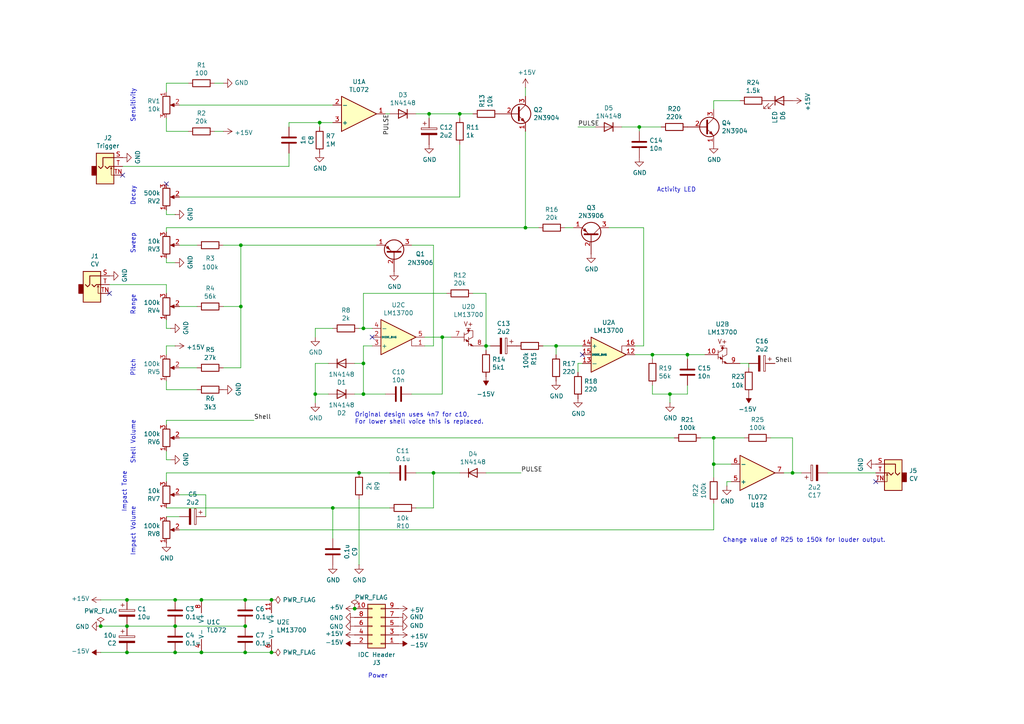
<source format=kicad_sch>
(kicad_sch (version 20231120) (generator "eeschema") (generator_version "8.0")
  (paper "A4")
  (title_block (title "Bass++") (date "2019-10-03") (rev "01") (comment 1 "Original design by Thomas Henry") (comment 2 "Schema for main circuit") (comment 4 "License CC BY 4.0 - Attribution 4.0 International"))
  (junction (at 105.41 114.3))
  (junction (at 207.01 127))
  (junction (at 185.42 36.83))
  (junction (at 58.42 189.23))
  (junction (at 124.46 33.02))
  (junction (at 161.29 100.33))
  (junction (at 69.85 88.9))
  (junction (at 207.01 134.62))
  (junction (at 58.42 173.99))
  (junction (at 50.8 189.23))
  (junction (at 104.14 137.16))
  (junction (at 140.97 100.33))
  (junction (at 229.87 137.16))
  (junction (at 50.8 173.99))
  (junction (at 92.71 35.56))
  (junction (at 133.35 33.02))
  (junction (at 125.73 137.16))
  (junction (at 105.41 95.25))
  (junction (at 71.12 189.23))
  (junction (at 78.74 173.99))
  (junction (at 105.41 105.41))
  (junction (at 194.31 114.3))
  (junction (at 36.83 173.99))
  (junction (at 36.83 181.61))
  (junction (at 189.23 102.87))
  (junction (at 152.4 66.04))
  (junction (at 128.27 97.79))
  (junction (at 71.12 173.99))
  (junction (at 29.21 181.61))
  (junction (at 91.44 114.3))
  (junction (at 78.74 189.23))
  (junction (at 36.83 189.23))
  (junction (at 71.12 181.61))
  (junction (at 50.8 181.61))
  (junction (at 102.87 176.53))
  (junction (at 69.85 71.12))
  (junction (at 199.39 102.87))
  (junction (at 96.52 147.32))
  (no_connect (at 31.75 85.09))
  (no_connect (at 168.91 102.87))
  (no_connect (at 35.56 50.8))
  (no_connect (at 48.26 53.34))
  (no_connect (at 107.95 97.79))
  (no_connect (at 254 139.7))
  (wire (pts (xy 189.23 114.3) (xy 194.31 114.3)))
  (wire (pts (xy 186.69 66.04) (xy 186.69 100.33)))
  (wire (pts (xy 91.44 114.3) (xy 91.44 116.84)))
  (wire (pts (xy 240.03 137.16) (xy 254 137.16)))
  (wire (pts (xy 161.29 102.87) (xy 161.29 100.33)))
  (wire (pts (xy 48.26 133.35) (xy 48.26 130.81)))
  (wire (pts (xy 48.26 26.67) (xy 48.26 24.13)))
  (wire (pts (xy 152.4 66.04) (xy 156.21 66.04)))
  (wire (pts (xy 142.24 100.33) (xy 140.97 100.33)))
  (wire (pts (xy 167.64 105.41) (xy 167.64 107.95)))
  (wire (pts (xy 104.14 137.16) (xy 113.03 137.16)))
  (wire (pts (xy 71.12 189.23) (xy 58.42 189.23)))
  (wire (pts (xy 229.87 127) (xy 229.87 137.16)))
  (wire (pts (xy 128.27 97.79) (xy 128.27 114.3)))
  (wire (pts (xy 48.26 100.33) (xy 48.26 102.87)))
  (wire (pts (xy 212.09 139.7) (xy 210.82 139.7)))
  (wire (pts (xy 69.85 106.68) (xy 69.85 88.9)))
  (wire (pts (xy 133.35 57.15) (xy 133.35 41.91)))
  (wire (pts (xy 92.71 36.83) (xy 92.71 35.56)))
  (wire (pts (xy 50.8 173.99) (xy 58.42 173.99)))
  (wire (pts (xy 227.33 137.16) (xy 229.87 137.16)))
  (wire (pts (xy 83.82 36.83) (xy 83.82 35.56)))
  (wire (pts (xy 120.65 147.32) (xy 125.73 147.32)))
  (wire (pts (xy 48.26 76.2) (xy 48.26 74.93)))
  (wire (pts (xy 48.26 38.1) (xy 48.26 34.29)))
  (wire (pts (xy 36.83 181.61) (xy 50.8 181.61)))
  (wire (pts (xy 199.39 102.87) (xy 204.47 102.87)))
  (wire (pts (xy 69.85 71.12) (xy 109.22 71.12)))
  (wire (pts (xy 71.12 173.99) (xy 78.74 173.99)))
  (wire (pts (xy 105.41 95.25) (xy 107.95 95.25)))
  (wire (pts (xy 91.44 114.3) (xy 95.25 114.3)))
  (wire (pts (xy 124.46 33.02) (xy 120.65 33.02)))
  (wire (pts (xy 69.85 88.9) (xy 69.85 71.12)))
  (wire (pts (xy 124.46 33.02) (xy 133.35 33.02)))
  (wire (pts (xy 59.69 143.51) (xy 52.07 143.51)))
  (wire (pts (xy 91.44 95.25) (xy 91.44 97.79)))
  (wire (pts (xy 125.73 100.33) (xy 123.19 100.33)))
  (wire (pts (xy 212.09 134.62) (xy 207.01 134.62)))
  (wire (pts (xy 128.27 97.79) (xy 130.81 97.79)))
  (wire (pts (xy 105.41 100.33) (xy 105.41 105.41)))
  (wire (pts (xy 232.41 137.16) (xy 229.87 137.16)))
  (wire (pts (xy 104.14 95.25) (xy 105.41 95.25)))
  (wire (pts (xy 96.52 156.21) (xy 96.52 147.32)))
  (wire (pts (xy 229.87 127) (xy 223.52 127)))
  (wire (pts (xy 105.41 85.09) (xy 129.54 85.09)))
  (wire (pts (xy 48.26 24.13) (xy 54.61 24.13)))
  (wire (pts (xy 36.83 173.99) (xy 50.8 173.99)))
  (wire (pts (xy 48.26 121.92) (xy 73.66 121.92)))
  (wire (pts (xy 185.42 38.1) (xy 185.42 36.83)))
  (wire (pts (xy 91.44 105.41) (xy 91.44 114.3)))
  (wire (pts (xy 48.26 113.03) (xy 48.26 110.49)))
  (wire (pts (xy 123.19 97.79) (xy 128.27 97.79)))
  (wire (pts (xy 133.35 34.29) (xy 133.35 33.02)))
  (wire (pts (xy 48.26 137.16) (xy 104.14 137.16)))
  (wire (pts (xy 36.83 189.23) (xy 50.8 189.23)))
  (wire (pts (xy 119.38 114.3) (xy 128.27 114.3)))
  (wire (pts (xy 91.44 95.25) (xy 96.52 95.25)))
  (wire (pts (xy 58.42 173.99) (xy 71.12 173.99)))
  (wire (pts (xy 58.42 189.23) (xy 50.8 189.23)))
  (wire (pts (xy 207.01 127) (xy 207.01 134.62)))
  (wire (pts (xy 48.26 76.2) (xy 50.8 76.2)))
  (wire (pts (xy 29.21 181.61) (xy 36.83 181.61)))
  (wire (pts (xy 48.26 113.03) (xy 57.15 113.03)))
  (wire (pts (xy 102.87 105.41) (xy 105.41 105.41)))
  (wire (pts (xy 105.41 114.3) (xy 111.76 114.3)))
  (wire (pts (xy 125.73 71.12) (xy 125.73 100.33)))
  (wire (pts (xy 64.77 106.68) (xy 69.85 106.68)))
  (wire (pts (xy 210.82 139.7) (xy 210.82 140.97)))
  (wire (pts (xy 214.63 105.41) (xy 217.17 105.41)))
  (wire (pts (xy 48.26 82.55) (xy 48.26 85.09)))
  (wire (pts (xy 207.01 153.67) (xy 207.01 146.05)))
  (wire (pts (xy 140.97 85.09) (xy 140.97 100.33)))
  (wire (pts (xy 48.26 62.23) (xy 48.26 60.96)))
  (wire (pts (xy 184.15 100.33) (xy 186.69 100.33)))
  (wire (pts (xy 52.07 127) (xy 195.58 127)))
  (wire (pts (xy 29.21 173.99) (xy 36.83 173.99)))
  (wire (pts (xy 107.95 100.33) (xy 105.41 100.33)))
  (wire (pts (xy 50.8 181.61) (xy 71.12 181.61)))
  (wire (pts (xy 172.72 36.83) (xy 167.64 36.83)))
  (wire (pts (xy 104.14 163.83) (xy 104.14 144.78)))
  (wire (pts (xy 185.42 36.83) (xy 191.77 36.83)))
  (wire (pts (xy 49.53 133.35) (xy 48.26 133.35)))
  (wire (pts (xy 35.56 48.26) (xy 83.82 48.26)))
  (wire (pts (xy 184.15 102.87) (xy 189.23 102.87)))
  (wire (pts (xy 203.2 127) (xy 207.01 127)))
  (wire (pts (xy 83.82 35.56) (xy 92.71 35.56)))
  (wire (pts (xy 217.17 105.41) (xy 217.17 106.68)))
  (wire (pts (xy 52.07 153.67) (xy 207.01 153.67)))
  (wire (pts (xy 189.23 114.3) (xy 189.23 111.76)))
  (wire (pts (xy 207.01 29.21) (xy 214.63 29.21)))
  (wire (pts (xy 194.31 116.84) (xy 194.31 114.3)))
  (wire (pts (xy 199.39 114.3) (xy 199.39 111.76)))
  (wire (pts (xy 48.26 147.32) (xy 96.52 147.32)))
  (wire (pts (xy 64.77 88.9) (xy 69.85 88.9)))
  (wire (pts (xy 125.73 147.32) (xy 125.73 137.16)))
  (wire (pts (xy 50.8 62.23) (xy 48.26 62.23)))
  (wire (pts (xy 52.07 71.12) (xy 57.15 71.12)))
  (wire (pts (xy 119.38 71.12) (xy 125.73 71.12)))
  (wire (pts (xy 137.16 85.09) (xy 140.97 85.09)))
  (wire (pts (xy 29.21 189.23) (xy 36.83 189.23)))
  (wire (pts (xy 105.41 85.09) (xy 105.41 95.25)))
  (wire (pts (xy 102.87 114.3) (xy 105.41 114.3)))
  (wire (pts (xy 83.82 44.45) (xy 83.82 48.26)))
  (wire (pts (xy 140.97 137.16) (xy 151.13 137.16)))
  (wire (pts (xy 180.34 36.83) (xy 185.42 36.83)))
  (wire (pts (xy 31.75 82.55) (xy 48.26 82.55)))
  (wire (pts (xy 207.01 29.21) (xy 207.01 31.75)))
  (wire (pts (xy 157.48 100.33) (xy 161.29 100.33)))
  (wire (pts (xy 207.01 138.43) (xy 207.01 134.62)))
  (wire (pts (xy 189.23 104.14) (xy 189.23 102.87)))
  (wire (pts (xy 125.73 137.16) (xy 133.35 137.16)))
  (wire (pts (xy 64.77 38.1) (xy 62.23 38.1)))
  (wire (pts (xy 59.69 149.86) (xy 59.69 143.51)))
  (wire (pts (xy 140.97 101.6) (xy 140.97 100.33)))
  (wire (pts (xy 64.77 71.12) (xy 69.85 71.12)))
  (wire (pts (xy 48.26 95.25) (xy 48.26 92.71)))
  (wire (pts (xy 48.26 66.04) (xy 48.26 67.31)))
  (wire (pts (xy 199.39 104.14) (xy 199.39 102.87)))
  (wire (pts (xy 113.03 33.02) (xy 111.76 33.02)))
  (wire (pts (xy 152.4 38.1) (xy 152.4 66.04)))
  (wire (pts (xy 168.91 100.33) (xy 161.29 100.33)))
  (wire (pts (xy 215.9 127) (xy 207.01 127)))
  (wire (pts (xy 168.91 105.41) (xy 167.64 105.41)))
  (wire (pts (xy 50.8 100.33) (xy 48.26 100.33)))
  (wire (pts (xy 189.23 102.87) (xy 199.39 102.87)))
  (wire (pts (xy 54.61 38.1) (xy 48.26 38.1)))
  (wire (pts (xy 52.07 57.15) (xy 133.35 57.15)))
  (wire (pts (xy 133.35 33.02) (xy 137.16 33.02)))
  (wire (pts (xy 96.52 147.32) (xy 113.03 147.32)))
  (wire (pts (xy 105.41 105.41) (xy 105.41 114.3)))
  (wire (pts (xy 124.46 34.29) (xy 124.46 33.02)))
  (wire (pts (xy 48.26 121.92) (xy 48.26 123.19)))
  (wire (pts (xy 57.15 106.68) (xy 52.07 106.68)))
  (wire (pts (xy 78.74 189.23) (xy 71.12 189.23)))
  (wire (pts (xy 49.53 95.25) (xy 48.26 95.25)))
  (wire (pts (xy 91.44 105.41) (xy 95.25 105.41)))
  (wire (pts (xy 52.07 30.48) (xy 96.52 30.48)))
  (wire (pts (xy 152.4 27.94) (xy 152.4 25.4)))
  (wire (pts (xy 163.83 66.04) (xy 166.37 66.04)))
  (wire (pts (xy 96.52 35.56) (xy 92.71 35.56)))
  (wire (pts (xy 52.07 88.9) (xy 57.15 88.9)))
  (wire (pts (xy 194.31 114.3) (xy 199.39 114.3)))
  (wire (pts (xy 48.26 137.16) (xy 48.26 139.7)))
  (wire (pts (xy 120.65 137.16) (xy 125.73 137.16)))
  (wire (pts (xy 48.26 66.04) (xy 152.4 66.04)))
  (wire (pts (xy 64.77 24.13) (xy 62.23 24.13)))
  (wire (pts (xy 176.53 66.04) (xy 186.69 66.04)))
  (wire (pts (xy 52.07 149.86) (xy 48.26 149.86)))
  (text "Range" (at 39.37 91.44 90) (effects (font (size 1.27 1.27)) (justify left bottom)))
  (text "Change value of R25 to 150k for louder output." (at 209.55 157.48 0) (effects (font (size 1.27 1.27)) (justify left bottom)))
  (text "Original design uses 4n7 for c10, \nFor lower shell voice this is replaced." (at 102.87 123.19 0) (effects (font (size 1.27 1.27)) (justify left bottom)))
  (text "Sweep" (at 39.37 73.66 90) (effects (font (size 1.27 1.27)) (justify left bottom)))
  (text "Power" (at 106.68 196.85 0) (effects (font (size 1.27 1.27)) (justify left bottom)))
  (text "Sensitivity" (at 39.37 35.56 90) (effects (font (size 1.27 1.27)) (justify left bottom)))
  (text "Activity LED" (at 190.5 55.88 0) (effects (font (size 1.27 1.27)) (justify left bottom)))
  (text "Shell Volume" (at 39.37 134.62 90) (effects (font (size 1.27 1.27)) (justify left bottom)))
  (text "Impact Volume" (at 39.37 161.29 90) (effects (font (size 1.27 1.27)) (justify left bottom)))
  (text "Impact Tone" (at 36.83 148.59 90) (effects (font (size 1.27 1.27)) (justify left bottom)))
  (text "Decay" (at 39.37 59.69 90) (effects (font (size 1.27 1.27)) (justify left bottom)))
  (text "Pitch" (at 39.37 109.22 90) (effects (font (size 1.27 1.27)) (justify left bottom)))
  (label "PULSE" (at 167.64 36.83 0))
  (label "PULSE" (at 151.13 137.16 0))
  (label "PULSE" (at 113.03 33.02 270))
  (label "Shell" (at 73.66 121.92 0))
  (label "Shell" (at 224.79 105.41 0))
  (symbol (lib_id "Device:R_Potentiometer") (at 48.26 30.48 0) (unit 1)
    (property "Reference" "RV1" (at 46.5074 29.3116 0) (effects (justify right)))
    (property "Value" "10k" (at 46.5074 31.623 0) (effects (justify right)))
    (property "Footprint" "elektrophon:Potentiometer_Alpha_RD901F-40-00D_Single_Vertical" (effects (hide yes)))
    (property "Description" "Potentiometer" (effects (hide yes)))
  )
  (symbol (lib_id "Device:R_Potentiometer") (at 48.26 57.15 0) (mirror x) (unit 1)
    (property "Reference" "RV2" (at 46.5074 58.3184 0) (effects (justify right)))
    (property "Value" "500k" (at 46.5074 56.007 0) (effects (justify right)))
    (property "Footprint" "elektrophon:Potentiometer_Alpha_RD901F-40-00D_Single_Vertical" (effects (hide yes)))
    (property "Description" "Potentiometer" (effects (hide yes)))
  )
  (symbol (lib_id "Device:R_Potentiometer") (at 48.26 71.12 0) (mirror x) (unit 1)
    (property "Reference" "RV3" (at 46.5074 72.2884 0) (effects (justify right)))
    (property "Value" "10k" (at 46.5074 69.977 0) (effects (justify right)))
    (property "Footprint" "elektrophon:Potentiometer_Alpha_RD901F-40-00D_Single_Vertical" (effects (hide yes)))
    (property "Description" "Potentiometer" (effects (hide yes)))
  )
  (symbol (lib_id "Device:R_Potentiometer") (at 48.26 88.9 0) (mirror x) (unit 1)
    (property "Reference" "RV4" (at 46.5074 90.0684 0) (effects (justify right)))
    (property "Value" "100k" (at 46.5074 87.757 0) (effects (justify right)))
    (property "Footprint" "elektrophon:Potentiometer_Alpha_RD901F-40-00D_Single_Vertical" (effects (hide yes)))
    (property "Description" "Potentiometer" (effects (hide yes)))
  )
  (symbol (lib_id "Device:R_Potentiometer") (at 48.26 106.68 0) (mirror x) (unit 1)
    (property "Reference" "RV5" (at 46.482 107.8484 0) (effects (justify right)))
    (property "Value" "100k" (at 46.482 105.537 0) (effects (justify right)))
    (property "Footprint" "elektrophon:Potentiometer_Alpha_RD901F-40-00D_Single_Vertical" (effects (hide yes)))
    (property "Description" "Potentiometer" (effects (hide yes)))
  )
  (symbol (lib_id "Device:R_Potentiometer") (at 48.26 153.67 0) (mirror x) (unit 1)
    (property "Reference" "RV8" (at 46.482 154.8384 0) (effects (justify right)))
    (property "Value" "100k" (at 46.482 152.527 0) (effects (justify right)))
    (property "Footprint" "elektrophon:Potentiometer_Alpha_RD901F-40-00D_Single_Vertical" (effects (hide yes)))
    (property "Description" "Potentiometer" (effects (hide yes)))
  )
  (symbol (lib_id "Device:R_Potentiometer") (at 48.26 143.51 0) (mirror x) (unit 1)
    (property "Reference" "RV7" (at 46.482 144.6784 0) (effects (justify right)))
    (property "Value" "10k" (at 46.482 142.367 0) (effects (justify right)))
    (property "Footprint" "elektrophon:Potentiometer_Alpha_RD901F-40-00D_Single_Vertical" (effects (hide yes)))
    (property "Description" "Potentiometer" (effects (hide yes)))
  )
  (symbol (lib_id "Device:R_Potentiometer") (at 48.26 127 0) (mirror x) (unit 1)
    (property "Reference" "RV6" (at 46.5074 128.1684 0) (effects (justify right)))
    (property "Value" "100k" (at 46.5074 125.857 0) (effects (justify right)))
    (property "Footprint" "elektrophon:Potentiometer_Alpha_RD901F-40-00D_Single_Vertical" (effects (hide yes)))
    (property "Description" "Potentiometer" (effects (hide yes)))
  )
  (symbol (lib_id "Device:R") (at 58.42 24.13 270) (unit 1)
    (property "Reference" "R1" (at 58.42 18.8722 90))
    (property "Value" "100" (at 58.42 21.1836 90))
    (property "Footprint" "Resistor_THT:R_Axial_DIN0207_L6.3mm_D2.5mm_P10.16mm_Horizontal" (effects (hide yes)))
    (property "Description" "Resistor" (effects (hide yes)))
  )
  (symbol (lib_id "Device:R") (at 58.42 38.1 270) (unit 1)
    (property "Reference" "R2" (at 58.42 32.8422 90))
    (property "Value" "20k" (at 58.42 35.1536 90))
    (property "Footprint" "Resistor_THT:R_Axial_DIN0207_L6.3mm_D2.5mm_P10.16mm_Horizontal" (effects (hide yes)))
    (property "Description" "Resistor" (effects (hide yes)))
  )
  (symbol (lib_id "power:GND") (at 64.77 24.13 90) (unit 1)
    (property "Reference" "#PWR012" (effects (hide yes)))
    (property "Value" "GND" (at 68.0212 24.003 90) (effects (justify right)))
    (property "Description" "Power symbol creates a global label with name \"GND\" , ground" (effects (hide yes)))
  )
  (symbol (lib_id "power:+15V") (at 64.77 38.1 270) (unit 1)
    (property "Reference" "#PWR013" (effects (hide yes)))
    (property "Value" "+15V" (at 68.0212 38.481 90) (effects (justify left)))
    (property "Description" "Power symbol creates a global label with name \"+15V\"" (effects (hide yes)))
  )
  (symbol (lib_id "Device:C") (at 83.82 40.64 180) (unit 1)
    (property "Reference" "C8" (at 90.2208 40.64 90))
    (property "Value" "1n" (at 87.9094 40.64 90))
    (property "Footprint" "Capacitor_THT:C_Disc_D3.4mm_W2.1mm_P2.50mm" (effects (hide yes)))
    (property "Description" "Unpolarized capacitor" (effects (hide yes)))
  )
  (symbol (lib_id "Device:R") (at 92.71 40.64 180) (unit 1)
    (property "Reference" "R7" (at 94.488 39.4716 0) (effects (justify right)))
    (property "Value" "1M" (at 94.488 41.783 0) (effects (justify right)))
    (property "Footprint" "Resistor_THT:R_Axial_DIN0207_L6.3mm_D2.5mm_P10.16mm_Horizontal" (effects (hide yes)))
    (property "Description" "Resistor" (effects (hide yes)))
  )
  (symbol (lib_id "power:GND") (at 92.71 44.45 0) (unit 1)
    (property "Reference" "#PWR017" (effects (hide yes)))
    (property "Value" "GND" (at 92.837 48.8442 0))
    (property "Description" "Power symbol creates a global label with name \"GND\" , ground" (effects (hide yes)))
  )
  (symbol (lib_id "Amplifier_Operational:TL072") (at 104.14 33.02 0) (mirror x) (unit 1)
    (property "Reference" "U1" (at 104.14 23.6982 0))
    (property "Value" "TL072" (at 104.14 26.0096 0))
    (property "Footprint" "Package_DIP:DIP-8_W7.62mm_Socket" (effects (hide yes)))
    (property "Datasheet" "http://www.ti.com/lit/ds/symlink/tl071.pdf" (effects (hide yes)))
    (property "Description" "Dual Low-Noise JFET-Input Operational Amplifiers, DIP-8/SOIC-8" (effects (hide yes)))
  )
  (symbol (lib_id "Amplifier_Operational:LM13700") (at 176.53 102.87 0) (mirror x) (unit 1)
    (property "Reference" "U2" (at 176.53 93.5482 0))
    (property "Value" "LM13700" (at 176.53 95.8596 0))
    (property "Footprint" "Package_DIP:DIP-16_W7.62mm_Socket" (effects (hide yes)))
    (property "Datasheet" "http://www.ti.com/lit/ds/symlink/lm13700.pdf" (effects (hide yes)))
    (property "Description" "Dual Operational Transconductance Amplifiers with Linearizing Diodes and Buffers, DIP-16/SOIC-16" (effects (hide yes)))
  )
  (symbol (lib_id "Amplifier_Operational:LM13700") (at 212.09 102.87 0) (unit 2)
    (property "Reference" "U2" (at 209.55 94.0308 0))
    (property "Value" "LM13700" (at 209.55 96.3422 0))
    (property "Footprint" "Package_DIP:DIP-16_W7.62mm_Socket" (effects (hide yes)))
    (property "Datasheet" "http://www.ti.com/lit/ds/symlink/lm13700.pdf" (effects (hide yes)))
    (property "Description" "Dual Operational Transconductance Amplifiers with Linearizing Diodes and Buffers, DIP-16/SOIC-16" (effects (hide yes)))
  )
  (symbol (lib_id "Amplifier_Operational:LM13700") (at 115.57 97.79 0) (unit 3)
    (property "Reference" "U2" (at 115.57 88.4682 0))
    (property "Value" "LM13700" (at 115.57 90.7796 0))
    (property "Footprint" "Package_DIP:DIP-16_W7.62mm_Socket" (effects (hide yes)))
    (property "Datasheet" "http://www.ti.com/lit/ds/symlink/lm13700.pdf" (effects (hide yes)))
    (property "Description" "Dual Operational Transconductance Amplifiers with Linearizing Diodes and Buffers, DIP-16/SOIC-16" (effects (hide yes)))
  )
  (symbol (lib_id "Amplifier_Operational:LM13700") (at 138.43 97.79 0) (unit 4)
    (property "Reference" "U2" (at 135.89 88.9508 0))
    (property "Value" "LM13700" (at 135.89 91.2622 0))
    (property "Footprint" "Package_DIP:DIP-16_W7.62mm_Socket" (effects (hide yes)))
    (property "Datasheet" "http://www.ti.com/lit/ds/symlink/lm13700.pdf" (effects (hide yes)))
    (property "Description" "Dual Operational Transconductance Amplifiers with Linearizing Diodes and Buffers, DIP-16/SOIC-16" (effects (hide yes)))
  )
  (symbol (lib_id "Amplifier_Operational:LM13700") (at 81.28 181.61 0) (unit 5)
    (property "Reference" "U2" (at 80.2132 180.4416 0) (effects (justify left)))
    (property "Value" "LM13700" (at 80.2132 182.753 0) (effects (justify left)))
    (property "Footprint" "Package_DIP:DIP-16_W7.62mm_Socket" (effects (hide yes)))
    (property "Datasheet" "http://www.ti.com/lit/ds/symlink/lm13700.pdf" (effects (hide yes)))
    (property "Description" "Dual Operational Transconductance Amplifiers with Linearizing Diodes and Buffers, DIP-16/SOIC-16" (effects (hide yes)))
  )
  (symbol (lib_id "Device:C") (at 116.84 137.16 270) (unit 1)
    (property "Reference" "C11" (at 116.84 130.7592 90))
    (property "Value" "0.1u" (at 116.84 133.0706 90))
    (property "Footprint" "Capacitor_THT:C_Disc_D3.4mm_W2.1mm_P2.50mm" (effects (hide yes)))
    (property "Description" "Unpolarized capacitor" (effects (hide yes)))
  )
  (symbol (lib_id "Transistor_BJT:2N3906") (at 171.45 68.58 270) (mirror x) (unit 1)
    (property "Reference" "Q3" (at 171.45 60.2488 90))
    (property "Value" "2N3906" (at 171.45 62.5602 90))
    (property "Footprint" "Package_TO_SOT_THT:TO-92_Inline" (effects (hide yes)))
    (property "Datasheet" "https://www.onsemi.com/pub/Collateral/2N3906-D.PDF" (effects (hide yes)))
    (property "Description" "-0.2A Ic, -40V Vce, Small Signal PNP Transistor, TO-92" (effects (hide yes)))
  )
  (symbol (lib_id "Transistor_BJT:2N3906") (at 114.3 73.66 270) (mirror x) (unit 1)
    (property "Reference" "Q1" (at 121.92 73.66 90))
    (property "Value" "2N3906" (at 121.92 76.2 90))
    (property "Footprint" "Package_TO_SOT_THT:TO-92_Inline" (effects (hide yes)))
    (property "Datasheet" "https://www.onsemi.com/pub/Collateral/2N3906-D.PDF" (effects (hide yes)))
    (property "Description" "-0.2A Ic, -40V Vce, Small Signal PNP Transistor, TO-92" (effects (hide yes)))
  )
  (symbol (lib_id "power:GND") (at 91.44 97.79 0) (unit 1)
    (property "Reference" "#PWR015" (effects (hide yes)))
    (property "Value" "GND" (at 91.567 102.1842 0))
    (property "Description" "Power symbol creates a global label with name \"GND\" , ground" (effects (hide yes)))
  )
  (symbol (lib_id "power:GND") (at 91.44 116.84 0) (unit 1)
    (property "Reference" "#PWR016" (effects (hide yes)))
    (property "Value" "GND" (at 91.567 121.2342 0))
    (property "Description" "Power symbol creates a global label with name \"GND\" , ground" (effects (hide yes)))
  )
  (symbol (lib_id "Device:R") (at 104.14 140.97 180) (unit 1)
    (property "Reference" "R9" (at 109.3978 140.97 90))
    (property "Value" "2k" (at 107.0864 140.97 90))
    (property "Footprint" "Resistor_THT:R_Axial_DIN0207_L6.3mm_D2.5mm_P10.16mm_Horizontal" (effects (hide yes)))
    (property "Description" "Resistor" (effects (hide yes)))
  )
  (symbol (lib_id "power:GND") (at 104.14 163.83 0) (unit 1)
    (property "Reference" "#PWR024" (effects (hide yes)))
    (property "Value" "GND" (at 104.267 168.2242 0))
    (property "Description" "Power symbol creates a global label with name \"GND\" , ground" (effects (hide yes)))
  )
  (symbol (lib_id "Device:C") (at 115.57 114.3 270) (unit 1)
    (property "Reference" "C10" (at 115.57 107.8992 90))
    (property "Value" "10n" (at 115.57 110.2106 90))
    (property "Footprint" "Capacitor_THT:C_Disc_D3.4mm_W2.1mm_P2.50mm" (effects (hide yes)))
    (property "Description" "Unpolarized capacitor" (effects (hide yes)))
  )
  (symbol (lib_id "Device:C") (at 96.52 160.02 180) (unit 1)
    (property "Reference" "C9" (at 102.9208 160.02 90))
    (property "Value" "0.1u" (at 100.6094 160.02 90))
    (property "Footprint" "Capacitor_THT:C_Disc_D3.4mm_W2.1mm_P2.50mm" (effects (hide yes)))
    (property "Description" "Unpolarized capacitor" (effects (hide yes)))
  )
  (symbol (lib_id "power:GND") (at 96.52 163.83 0) (unit 1)
    (property "Reference" "#PWR018" (effects (hide yes)))
    (property "Value" "GND" (at 96.647 168.2242 0))
    (property "Description" "Power symbol creates a global label with name \"GND\" , ground" (effects (hide yes)))
  )
  (symbol (lib_id "Device:R") (at 100.33 95.25 270) (unit 1)
    (property "Reference" "R8" (at 100.33 89.9922 90))
    (property "Value" "2k" (at 100.33 92.3036 90))
    (property "Footprint" "Resistor_THT:R_Axial_DIN0207_L6.3mm_D2.5mm_P10.16mm_Horizontal" (effects (hide yes)))
    (property "Description" "Resistor" (effects (hide yes)))
  )
  (symbol (lib_id "Device:R") (at 133.35 85.09 270) (unit 1)
    (property "Reference" "R12" (at 133.35 79.8322 90))
    (property "Value" "20k" (at 133.35 82.1436 90))
    (property "Footprint" "Resistor_THT:R_Axial_DIN0207_L6.3mm_D2.5mm_P10.16mm_Horizontal" (effects (hide yes)))
    (property "Description" "Resistor" (effects (hide yes)))
  )
  (symbol (lib_id "Device:C_Polarized") (at 146.05 100.33 270) (unit 1)
    (property "Reference" "C13" (at 146.05 93.853 90))
    (property "Value" "2u2" (at 146.05 96.1644 90))
    (property "Footprint" "Capacitor_THT:C_Rect_L7.2mm_W5.5mm_P5.00mm_FKS2_FKP2_MKS2_MKP2" (effects (hide yes)))
    (property "Description" "Polarized capacitor" (effects (hide yes)))
  )
  (symbol (lib_id "Device:R") (at 161.29 106.68 180) (unit 1)
    (property "Reference" "R17" (at 163.068 105.5116 0) (effects (justify right)))
    (property "Value" "220" (at 163.068 107.823 0) (effects (justify right)))
    (property "Footprint" "Resistor_THT:R_Axial_DIN0207_L6.3mm_D2.5mm_P10.16mm_Horizontal" (effects (hide yes)))
    (property "Description" "Resistor" (effects (hide yes)))
  )
  (symbol (lib_id "power:GND") (at 161.29 110.49 0) (unit 1)
    (property "Reference" "#PWR034" (effects (hide yes)))
    (property "Value" "GND" (at 161.417 114.8842 0))
    (property "Description" "Power symbol creates a global label with name \"GND\" , ground" (effects (hide yes)))
  )
  (symbol (lib_id "Device:R") (at 167.64 111.76 180) (unit 1)
    (property "Reference" "R18" (at 169.418 110.5916 0) (effects (justify right)))
    (property "Value" "220" (at 169.418 112.903 0) (effects (justify right)))
    (property "Footprint" "Resistor_THT:R_Axial_DIN0207_L6.3mm_D2.5mm_P10.16mm_Horizontal" (effects (hide yes)))
    (property "Description" "Resistor" (effects (hide yes)))
  )
  (symbol (lib_id "power:GND") (at 167.64 115.57 0) (unit 1)
    (property "Reference" "#PWR035" (effects (hide yes)))
    (property "Value" "GND" (at 167.767 119.9642 0))
    (property "Description" "Power symbol creates a global label with name \"GND\" , ground" (effects (hide yes)))
  )
  (symbol (lib_id "Device:R") (at 116.84 147.32 90) (unit 1)
    (property "Reference" "R10" (at 116.84 152.5778 90))
    (property "Value" "10k" (at 116.84 150.2664 90))
    (property "Footprint" "Resistor_THT:R_Axial_DIN0207_L6.3mm_D2.5mm_P10.16mm_Horizontal" (effects (hide yes)))
    (property "Description" "Resistor" (effects (hide yes)))
  )
  (symbol (lib_id "Device:R") (at 189.23 107.95 180) (unit 1)
    (property "Reference" "R19" (at 191.008 106.7816 0) (effects (justify right)))
    (property "Value" "56k" (at 191.008 109.093 0) (effects (justify right)))
    (property "Footprint" "Resistor_THT:R_Axial_DIN0207_L6.3mm_D2.5mm_P10.16mm_Horizontal" (effects (hide yes)))
    (property "Description" "Resistor" (effects (hide yes)))
  )
  (symbol (lib_id "power:GND") (at 194.31 116.84 0) (unit 1)
    (property "Reference" "#PWR038" (effects (hide yes)))
    (property "Value" "GND" (at 194.437 121.2342 0))
    (property "Description" "Power symbol creates a global label with name \"GND\" , ground" (effects (hide yes)))
  )
  (symbol (lib_id "Device:C") (at 199.39 107.95 180) (unit 1)
    (property "Reference" "C15" (at 202.311 106.7816 0) (effects (justify right)))
    (property "Value" "10n" (at 202.311 109.093 0) (effects (justify right)))
    (property "Footprint" "Capacitor_THT:C_Disc_D3.4mm_W2.1mm_P2.50mm" (effects (hide yes)))
    (property "Description" "Unpolarized capacitor" (effects (hide yes)))
  )
  (symbol (lib_id "Diode:1N4148") (at 116.84 33.02 180) (unit 1)
    (property "Reference" "D3" (at 116.84 27.5336 0))
    (property "Value" "1N4148" (at 116.84 29.845 0))
    (property "Footprint" "Diode_THT:D_DO-35_SOD27_P7.62mm_Horizontal" (effects (hide yes)))
    (property "Datasheet" "https://assets.nexperia.com/documents/data-sheet/1N4148_1N4448.pdf" (effects (hide yes)))
    (property "Description" "100V 0.15A standard switching diode, DO-35" (effects (hide yes)))
    (property "Sim.Device" "D" (effects (hide yes)))
    (property "Sim.Pins" "1=K 2=A" (effects (hide yes)))
  )
  (symbol (lib_id "Device:C_Polarized") (at 124.46 38.1 0) (unit 1)
    (property "Reference" "C12" (at 127.4572 36.9316 0) (effects (justify left)))
    (property "Value" "2u2" (at 127.4572 39.243 0) (effects (justify left)))
    (property "Footprint" "Capacitor_THT:C_Rect_L7.2mm_W5.5mm_P5.00mm_FKS2_FKP2_MKS2_MKP2" (effects (hide yes)))
    (property "Description" "Polarized capacitor" (effects (hide yes)))
  )
  (symbol (lib_id "power:GND") (at 124.46 41.91 0) (unit 1)
    (property "Reference" "#PWR031" (effects (hide yes)))
    (property "Value" "GND" (at 124.587 46.3042 0))
    (property "Description" "Power symbol creates a global label with name \"GND\" , ground" (effects (hide yes)))
  )
  (symbol (lib_id "Device:R") (at 133.35 38.1 180) (unit 1)
    (property "Reference" "R11" (at 135.128 36.9316 0) (effects (justify right)))
    (property "Value" "1k" (at 135.128 39.243 0) (effects (justify right)))
    (property "Footprint" "Resistor_THT:R_Axial_DIN0207_L6.3mm_D2.5mm_P10.16mm_Horizontal" (effects (hide yes)))
    (property "Description" "Resistor" (effects (hide yes)))
  )
  (symbol (lib_id "power:GND") (at 50.8 62.23 90) (unit 1)
    (property "Reference" "#PWR09" (effects (hide yes)))
    (property "Value" "GND" (at 55.1942 62.103 0))
    (property "Description" "Power symbol creates a global label with name \"GND\" , ground" (effects (hide yes)))
  )
  (symbol (lib_id "Device:R") (at 140.97 33.02 270) (unit 1)
    (property "Reference" "R13" (at 139.8016 31.242 0) (effects (justify right)))
    (property "Value" "10k" (at 142.113 31.242 0) (effects (justify right)))
    (property "Footprint" "Resistor_THT:R_Axial_DIN0207_L6.3mm_D2.5mm_P10.16mm_Horizontal" (effects (hide yes)))
    (property "Description" "Resistor" (effects (hide yes)))
  )
  (symbol (lib_id "Transistor_BJT:2N3904") (at 149.86 33.02 0) (unit 1)
    (property "Reference" "Q2" (at 154.686 31.8516 0) (effects (justify left)))
    (property "Value" "2N3904" (at 154.686 34.163 0) (effects (justify left)))
    (property "Footprint" "Package_TO_SOT_THT:TO-92_Inline" (effects (hide yes)))
    (property "Datasheet" "https://www.onsemi.com/pub/Collateral/2N3903-D.PDF" (effects (hide yes)))
    (property "Description" "0.2A Ic, 40V Vce, Small Signal NPN Transistor, TO-92" (effects (hide yes)))
  )
  (symbol (lib_id "power:+15V") (at 152.4 25.4 0) (unit 1)
    (property "Reference" "#PWR033" (effects (hide yes)))
    (property "Value" "+15V" (at 152.781 21.0058 0))
    (property "Description" "Power symbol creates a global label with name \"+15V\"" (effects (hide yes)))
  )
  (symbol (lib_id "power:GND") (at 50.8 76.2 90) (unit 1)
    (property "Reference" "#PWR010" (effects (hide yes)))
    (property "Value" "GND" (at 55.1942 76.073 0))
    (property "Description" "Power symbol creates a global label with name \"GND\" , ground" (effects (hide yes)))
  )
  (symbol (lib_id "power:GND") (at 48.26 157.48 0) (unit 1)
    (property "Reference" "#PWR06" (effects (hide yes)))
    (property "Value" "GND" (at 48.387 161.8742 0))
    (property "Description" "Power symbol creates a global label with name \"GND\" , ground" (effects (hide yes)))
  )
  (symbol (lib_id "power:GND") (at 49.53 95.25 90) (unit 1)
    (property "Reference" "#PWR07" (effects (hide yes)))
    (property "Value" "GND" (at 53.9242 95.123 0))
    (property "Description" "Power symbol creates a global label with name \"GND\" , ground" (effects (hide yes)))
  )
  (symbol (lib_id "Device:R") (at 207.01 142.24 0) (unit 1)
    (property "Reference" "R22" (at 201.7522 142.24 90))
    (property "Value" "100k" (at 204.0636 142.24 90))
    (property "Footprint" "Resistor_THT:R_Axial_DIN0207_L6.3mm_D2.5mm_P10.16mm_Horizontal" (effects (hide yes)))
    (property "Description" "Resistor" (effects (hide yes)))
  )
  (symbol (lib_id "power:GND") (at 210.82 140.97 0) (unit 1)
    (property "Reference" "#PWR040" (effects (hide yes)))
    (property "Value" "GND" (at 210.947 145.3642 0))
    (property "Description" "Power symbol creates a global label with name \"GND\" , ground" (effects (hide yes)))
  )
  (symbol (lib_id "Device:R") (at 60.96 88.9 270) (unit 1)
    (property "Reference" "R4" (at 60.96 83.6422 90))
    (property "Value" "56k" (at 60.96 85.9536 90))
    (property "Footprint" "Resistor_THT:R_Axial_DIN0207_L6.3mm_D2.5mm_P10.16mm_Horizontal" (effects (hide yes)))
    (property "Description" "Resistor" (effects (hide yes)))
  )
  (symbol (lib_id "Device:R") (at 60.96 71.12 270) (unit 1)
    (property "Reference" "R3" (at 60.96 74.93 90))
    (property "Value" "100k" (at 60.96 77.47 90))
    (property "Footprint" "Resistor_THT:R_Axial_DIN0207_L6.3mm_D2.5mm_P10.16mm_Horizontal" (effects (hide yes)))
    (property "Description" "Resistor" (effects (hide yes)))
  )
  (symbol (lib_id "Device:R") (at 219.71 127 270) (unit 1)
    (property "Reference" "R25" (at 219.71 121.7422 90))
    (property "Value" "100k" (at 219.71 124.0536 90))
    (property "Footprint" "Resistor_THT:R_Axial_DIN0207_L6.3mm_D2.5mm_P10.16mm_Horizontal" (effects (hide yes)))
    (property "Description" "Resistor" (effects (hide yes)))
  )
  (symbol (lib_id "power:+15V") (at 50.8 100.33 270) (unit 1)
    (property "Reference" "#PWR011" (effects (hide yes)))
    (property "Value" "+15V" (at 54.0512 100.711 90) (effects (justify left)))
    (property "Description" "Power symbol creates a global label with name \"+15V\"" (effects (hide yes)))
  )
  (symbol (lib_id "power:GND") (at 64.77 113.03 90) (unit 1)
    (property "Reference" "#PWR014" (effects (hide yes)))
    (property "Value" "GND" (at 69.1642 112.903 0))
    (property "Description" "Power symbol creates a global label with name \"GND\" , ground" (effects (hide yes)))
  )
  (symbol (lib_id "Device:R") (at 60.96 106.68 270) (unit 1)
    (property "Reference" "R5" (at 60.96 101.4222 90))
    (property "Value" "27k" (at 60.96 103.7336 90))
    (property "Footprint" "Resistor_THT:R_Axial_DIN0207_L6.3mm_D2.5mm_P10.16mm_Horizontal" (effects (hide yes)))
    (property "Description" "Resistor" (effects (hide yes)))
  )
  (symbol (lib_id "Device:R") (at 160.02 66.04 270) (unit 1)
    (property "Reference" "R16" (at 160.02 60.7822 90))
    (property "Value" "20k" (at 160.02 63.0936 90))
    (property "Footprint" "Resistor_THT:R_Axial_DIN0207_L6.3mm_D2.5mm_P10.16mm_Horizontal" (effects (hide yes)))
    (property "Description" "Resistor" (effects (hide yes)))
  )
  (symbol (lib_id "power:GND") (at 171.45 73.66 0) (unit 1)
    (property "Reference" "#PWR036" (effects (hide yes)))
    (property "Value" "GND" (at 171.577 78.0542 0))
    (property "Description" "Power symbol creates a global label with name \"GND\" , ground" (effects (hide yes)))
  )
  (symbol (lib_id "power:GND") (at 114.3 78.74 0) (unit 1)
    (property "Reference" "#PWR025" (effects (hide yes)))
    (property "Value" "GND" (at 114.427 83.1342 0))
    (property "Description" "Power symbol creates a global label with name \"GND\" , ground" (effects (hide yes)))
  )
  (symbol (lib_id "Device:R") (at 217.17 110.49 180) (unit 1)
    (property "Reference" "R23" (at 212.09 109.22 0) (effects (justify right)))
    (property "Value" "10k" (at 212.09 111.76 0) (effects (justify right)))
    (property "Footprint" "Resistor_THT:R_Axial_DIN0207_L6.3mm_D2.5mm_P10.16mm_Horizontal" (effects (hide yes)))
    (property "Description" "Resistor" (effects (hide yes)))
  )
  (symbol (lib_id "power:-15V") (at 217.17 114.3 180) (unit 1)
    (property "Reference" "#PWR041" (effects (hide yes)))
    (property "Value" "-15V" (at 216.789 118.6942 0))
    (property "Description" "Power symbol creates a global label with name \"-15V\"" (effects (hide yes)))
  )
  (symbol (lib_id "power:GND") (at 49.53 133.35 90) (unit 1)
    (property "Reference" "#PWR08" (effects (hide yes)))
    (property "Value" "GND" (at 53.9242 133.223 0))
    (property "Description" "Power symbol creates a global label with name \"GND\" , ground" (effects (hide yes)))
  )
  (symbol (lib_id "Device:R") (at 199.39 127 270) (unit 1)
    (property "Reference" "R21" (at 199.39 121.7422 90))
    (property "Value" "100k" (at 199.39 124.0536 90))
    (property "Footprint" "Resistor_THT:R_Axial_DIN0207_L6.3mm_D2.5mm_P10.16mm_Horizontal" (effects (hide yes)))
    (property "Description" "Resistor" (effects (hide yes)))
  )
  (symbol (lib_id "Diode:1N4148") (at 99.06 105.41 0) (unit 1)
    (property "Reference" "D1" (at 99.06 110.8964 0))
    (property "Value" "1N4148" (at 99.06 108.585 0))
    (property "Footprint" "Diode_THT:D_DO-35_SOD27_P7.62mm_Horizontal" (effects (hide yes)))
    (property "Datasheet" "https://assets.nexperia.com/documents/data-sheet/1N4148_1N4448.pdf" (effects (hide yes)))
    (property "Description" "100V 0.15A standard switching diode, DO-35" (effects (hide yes)))
    (property "Sim.Device" "D" (effects (hide yes)))
    (property "Sim.Pins" "1=K 2=A" (effects (hide yes)))
  )
  (symbol (lib_id "Amplifier_Operational:TL072") (at 219.71 137.16 0) (mirror x) (unit 2)
    (property "Reference" "U1" (at 219.71 146.4818 0))
    (property "Value" "TL072" (at 219.71 144.1704 0))
    (property "Footprint" "Package_DIP:DIP-8_W7.62mm_Socket" (effects (hide yes)))
    (property "Datasheet" "http://www.ti.com/lit/ds/symlink/tl071.pdf" (effects (hide yes)))
    (property "Description" "Dual Low-Noise JFET-Input Operational Amplifiers, DIP-8/SOIC-8" (effects (hide yes)))
  )
  (symbol (lib_id "Diode:1N4148") (at 99.06 114.3 180) (unit 1)
    (property "Reference" "D2" (at 99.06 119.7864 0))
    (property "Value" "1N4148" (at 99.06 117.475 0))
    (property "Footprint" "Diode_THT:D_DO-35_SOD27_P7.62mm_Horizontal" (effects (hide yes)))
    (property "Datasheet" "https://assets.nexperia.com/documents/data-sheet/1N4148_1N4448.pdf" (effects (hide yes)))
    (property "Description" "100V 0.15A standard switching diode, DO-35" (effects (hide yes)))
    (property "Sim.Device" "D" (effects (hide yes)))
    (property "Sim.Pins" "1=K 2=A" (effects (hide yes)))
  )
  (symbol (lib_id "Diode:1N4148") (at 137.16 137.16 0) (unit 1)
    (property "Reference" "D4" (at 137.16 131.6736 0))
    (property "Value" "1N4148" (at 137.16 133.985 0))
    (property "Footprint" "Diode_THT:D_DO-35_SOD27_P7.62mm_Horizontal" (effects (hide yes)))
    (property "Datasheet" "https://assets.nexperia.com/documents/data-sheet/1N4148_1N4448.pdf" (effects (hide yes)))
    (property "Description" "100V 0.15A standard switching diode, DO-35" (effects (hide yes)))
    (property "Sim.Device" "D" (effects (hide yes)))
    (property "Sim.Pins" "1=K 2=A" (effects (hide yes)))
  )
  (symbol (lib_id "Diode:1N4148") (at 176.53 36.83 180) (unit 1)
    (property "Reference" "D5" (at 176.53 31.3436 0))
    (property "Value" "1N4148" (at 176.53 33.655 0))
    (property "Footprint" "Diode_THT:D_DO-35_SOD27_P7.62mm_Horizontal" (effects (hide yes)))
    (property "Datasheet" "https://assets.nexperia.com/documents/data-sheet/1N4148_1N4448.pdf" (effects (hide yes)))
    (property "Description" "100V 0.15A standard switching diode, DO-35" (effects (hide yes)))
    (property "Sim.Device" "D" (effects (hide yes)))
    (property "Sim.Pins" "1=K 2=A" (effects (hide yes)))
  )
  (symbol (lib_id "Device:C_Polarized") (at 55.88 149.86 270) (unit 1)
    (property "Reference" "C5" (at 55.88 143.383 90))
    (property "Value" "2u2" (at 55.88 145.6944 90))
    (property "Footprint" "Capacitor_THT:C_Rect_L7.2mm_W5.5mm_P5.00mm_FKS2_FKP2_MKS2_MKP2" (effects (hide yes)))
    (property "Description" "Polarized capacitor" (effects (hide yes)))
  )
  (symbol (lib_id "Device:C_Polarized") (at 220.98 105.41 270) (unit 1)
    (property "Reference" "C16" (at 220.98 98.933 90))
    (property "Value" "2u2" (at 220.98 101.2444 90))
    (property "Footprint" "Capacitor_THT:C_Rect_L7.2mm_W5.5mm_P5.00mm_FKS2_FKP2_MKS2_MKP2" (effects (hide yes)))
    (property "Description" "Polarized capacitor" (effects (hide yes)))
  )
  (symbol (lib_id "Device:C_Polarized") (at 236.22 137.16 90) (unit 1)
    (property "Reference" "C17" (at 236.22 143.637 90))
    (property "Value" "2u2" (at 236.22 141.3256 90))
    (property "Footprint" "Capacitor_THT:C_Rect_L7.2mm_W5.5mm_P5.00mm_FKS2_FKP2_MKS2_MKP2" (effects (hide yes)))
    (property "Description" "Polarized capacitor" (effects (hide yes)))
  )
  (symbol (lib_id "Transistor_BJT:2N3904") (at 204.47 36.83 0) (unit 1)
    (property "Reference" "Q4" (at 209.296 35.6616 0) (effects (justify left)))
    (property "Value" "2N3904" (at 209.296 37.973 0) (effects (justify left)))
    (property "Footprint" "Package_TO_SOT_THT:TO-92_Inline" (effects (hide yes)))
    (property "Datasheet" "https://www.onsemi.com/pub/Collateral/2N3903-D.PDF" (effects (hide yes)))
    (property "Description" "0.2A Ic, 40V Vce, Small Signal NPN Transistor, TO-92" (effects (hide yes)))
  )
  (symbol (lib_id "Device:LED") (at 226.06 29.21 0) (unit 1)
    (property "Reference" "D6" (at 227.0506 32.1818 90) (effects (justify right)))
    (property "Value" "LED" (at 224.7392 32.1818 90) (effects (justify right)))
    (property "Footprint" "LED_THT:LED_D5.0mm" (effects (hide yes)))
    (property "Description" "Light emitting diode" (effects (hide yes)))
  )
  (symbol (lib_id "power:+15V") (at 229.87 29.21 270) (unit 1)
    (property "Reference" "#PWR042" (effects (hide yes)))
    (property "Value" "+15V" (at 234.2642 29.591 0))
    (property "Description" "Power symbol creates a global label with name \"+15V\"" (effects (hide yes)))
  )
  (symbol (lib_id "power:GND") (at 207.01 41.91 0) (unit 1)
    (property "Reference" "#PWR039" (effects (hide yes)))
    (property "Value" "GND" (at 207.137 46.3042 0))
    (property "Description" "Power symbol creates a global label with name \"GND\" , ground" (effects (hide yes)))
  )
  (symbol (lib_id "Device:R") (at 195.58 36.83 270) (unit 1)
    (property "Reference" "R20" (at 195.58 31.5722 90))
    (property "Value" "220k" (at 195.58 33.8836 90))
    (property "Footprint" "Resistor_THT:R_Axial_DIN0207_L6.3mm_D2.5mm_P10.16mm_Horizontal" (effects (hide yes)))
    (property "Description" "Resistor" (effects (hide yes)))
  )
  (symbol (lib_id "Device:C") (at 185.42 41.91 0) (unit 1)
    (property "Reference" "C14" (at 188.341 40.7416 0) (effects (justify left)))
    (property "Value" "10n" (at 188.341 43.053 0) (effects (justify left)))
    (property "Footprint" "Capacitor_THT:C_Disc_D3.4mm_W2.1mm_P2.50mm" (effects (hide yes)))
    (property "Description" "Unpolarized capacitor" (effects (hide yes)))
  )
  (symbol (lib_id "power:GND") (at 185.42 45.72 0) (unit 1)
    (property "Reference" "#PWR037" (effects (hide yes)))
    (property "Value" "GND" (at 185.547 50.1142 0))
    (property "Description" "Power symbol creates a global label with name \"GND\" , ground" (effects (hide yes)))
  )
  (symbol (lib_id "power:-15V") (at 29.21 189.23 90) (unit 1)
    (property "Reference" "#PWR03" (effects (hide yes)))
    (property "Value" "-15V" (at 25.9588 188.849 90) (effects (justify left)))
    (property "Description" "Power symbol creates a global label with name \"-15V\"" (effects (hide yes)))
  )
  (symbol (lib_id "power:GND") (at 29.21 181.61 270) (unit 1)
    (property "Reference" "#PWR02" (effects (hide yes)))
    (property "Value" "GND" (at 25.9588 181.737 90) (effects (justify right)))
    (property "Description" "Power symbol creates a global label with name \"GND\" , ground" (effects (hide yes)))
  )
  (symbol (lib_id "Device:C_Polarized") (at 36.83 177.8 0) (unit 1)
    (property "Reference" "C1" (at 39.8272 176.6316 0) (effects (justify left)))
    (property "Value" "10u" (at 39.8272 178.943 0) (effects (justify left)))
    (property "Footprint" "Capacitor_THT:CP_Radial_D5.0mm_P2.50mm" (effects (hide yes)))
    (property "Description" "Polarized capacitor" (effects (hide yes)))
  )
  (symbol (lib_id "Device:C") (at 50.8 177.8 0) (unit 1)
    (property "Reference" "C3" (at 53.721 176.6316 0) (effects (justify left)))
    (property "Value" "0.1u" (at 53.721 178.943 0) (effects (justify left)))
    (property "Footprint" "Capacitor_THT:C_Disc_D3.4mm_W2.1mm_P2.50mm" (effects (hide yes)))
    (property "Description" "Unpolarized capacitor" (effects (hide yes)))
  )
  (symbol (lib_id "Device:C") (at 50.8 185.42 0) (unit 1)
    (property "Reference" "C4" (at 53.721 184.2516 0) (effects (justify left)))
    (property "Value" "0.1u" (at 53.721 186.563 0) (effects (justify left)))
    (property "Footprint" "Capacitor_THT:C_Disc_D3.4mm_W2.1mm_P2.50mm" (effects (hide yes)))
    (property "Description" "Unpolarized capacitor" (effects (hide yes)))
  )
  (symbol (lib_id "power:PWR_FLAG") (at 78.74 173.99 270) (unit 1)
    (property "Reference" "#FLG02" (effects (hide yes)))
    (property "Value" "PWR_FLAG" (at 81.9912 173.99 90) (effects (justify left)))
    (property "Description" "Special symbol for telling ERC where power comes from" (effects (hide yes)))
  )
  (symbol (lib_id "power:PWR_FLAG") (at 78.74 189.23 270) (unit 1)
    (property "Reference" "#FLG03" (effects (hide yes)))
    (property "Value" "PWR_FLAG" (at 81.9912 189.23 90) (effects (justify left)))
    (property "Description" "Special symbol for telling ERC where power comes from" (effects (hide yes)))
  )
  (symbol (lib_id "power:PWR_FLAG") (at 29.21 181.61 0) (unit 1)
    (property "Reference" "#FLG01" (effects (hide yes)))
    (property "Value" "PWR_FLAG" (at 29.21 177.2158 0))
    (property "Description" "Special symbol for telling ERC where power comes from" (effects (hide yes)))
  )
  (symbol (lib_id "Connector_Generic:Conn_02x05_Odd_Even") (at 110.49 181.61 180) (unit 1)
    (property "Reference" "J3" (at 109.22 192.2018 0))
    (property "Value" "IDC Header" (at 109.22 189.8904 0))
    (property "Footprint" "Connector_IDC:IDC-Header_2x05_P2.54mm_Vertical" (effects (hide yes)))
    (property "Description" "Generic connector, double row, 02x05, odd/even pin numbering scheme (row 1 odd numbers, row 2 even numbers), script generated (kicad-library-utils/schlib/autogen/connector/)" (effects (hide yes)))
  )
  (symbol (lib_id "power:+15V") (at 102.87 184.15 90) (unit 1)
    (property "Reference" "#PWR022" (effects (hide yes)))
    (property "Value" "+15V" (at 99.6188 183.769 90) (effects (justify left)))
    (property "Description" "Power symbol creates a global label with name \"+15V\"" (effects (hide yes)))
  )
  (symbol (lib_id "power:+15V") (at 115.57 184.15 270) (unit 1)
    (property "Reference" "#PWR029" (effects (hide yes)))
    (property "Value" "+15V" (at 118.8212 184.531 90) (effects (justify left)))
    (property "Description" "Power symbol creates a global label with name \"+15V\"" (effects (hide yes)))
  )
  (symbol (lib_id "power:GND") (at 102.87 179.07 270) (unit 1)
    (property "Reference" "#PWR020" (effects (hide yes)))
    (property "Value" "GND" (at 99.6188 179.197 90) (effects (justify right)))
    (property "Description" "Power symbol creates a global label with name \"GND\" , ground" (effects (hide yes)))
  )
  (symbol (lib_id "Device:R") (at 60.96 113.03 270) (unit 1)
    (property "Reference" "R6" (at 60.96 115.57 90))
    (property "Value" "3k3" (at 60.96 118.11 90))
    (property "Footprint" "Resistor_THT:R_Axial_DIN0207_L6.3mm_D2.5mm_P10.16mm_Horizontal" (effects (hide yes)))
    (property "Description" "Resistor" (effects (hide yes)))
  )
  (symbol (lib_id "Device:R") (at 153.67 100.33 90) (unit 1)
    (property "Reference" "R15" (at 154.8384 102.108 0) (effects (justify right)))
    (property "Value" "100k" (at 152.527 102.108 0) (effects (justify right)))
    (property "Footprint" "Resistor_THT:R_Axial_DIN0207_L6.3mm_D2.5mm_P10.16mm_Horizontal" (effects (hide yes)))
    (property "Description" "Resistor" (effects (hide yes)))
  )
  (symbol (lib_id "Device:R") (at 140.97 105.41 180) (unit 1)
    (property "Reference" "R14" (at 142.748 104.2416 0) (effects (justify right)))
    (property "Value" "5k1" (at 142.748 106.553 0) (effects (justify right)))
    (property "Footprint" "Resistor_THT:R_Axial_DIN0207_L6.3mm_D2.5mm_P10.16mm_Horizontal" (effects (hide yes)))
    (property "Description" "Resistor" (effects (hide yes)))
  )
  (symbol (lib_id "power:-15V") (at 140.97 109.22 180) (unit 1)
    (property "Reference" "#PWR032" (effects (hide yes)))
    (property "Value" "-15V" (at 143.51 114.3 0) (effects (justify left)))
    (property "Description" "Power symbol creates a global label with name \"-15V\"" (effects (hide yes)))
  )
  (symbol (lib_id "power:GND") (at 35.56 45.72 90) (unit 1)
    (property "Reference" "#PWR05" (effects (hide yes)))
    (property "Value" "GND" (at 39.9542 45.593 0))
    (property "Description" "Power symbol creates a global label with name \"GND\" , ground" (effects (hide yes)))
  )
  (symbol (lib_id "power:GND") (at 31.75 80.01 90) (unit 1)
    (property "Reference" "#PWR04" (effects (hide yes)))
    (property "Value" "GND" (at 36.1442 79.883 0))
    (property "Description" "Power symbol creates a global label with name \"GND\" , ground" (effects (hide yes)))
  )
  (symbol (lib_id "power:GND") (at 254 134.62 270) (unit 1)
    (property "Reference" "#PWR043" (effects (hide yes)))
    (property "Value" "GND" (at 249.6058 134.747 0))
    (property "Description" "Power symbol creates a global label with name \"GND\" , ground" (effects (hide yes)))
  )
  (symbol (lib_id "Amplifier_Operational:TL072") (at 60.96 181.61 0) (unit 3)
    (property "Reference" "U1" (at 59.8932 180.4416 0) (effects (justify left)))
    (property "Value" "TL072" (at 59.8932 182.753 0) (effects (justify left)))
    (property "Footprint" "Package_DIP:DIP-8_W7.62mm_Socket" (effects (hide yes)))
    (property "Datasheet" "http://www.ti.com/lit/ds/symlink/tl071.pdf" (effects (hide yes)))
    (property "Description" "Dual Low-Noise JFET-Input Operational Amplifiers, DIP-8/SOIC-8" (effects (hide yes)))
  )
  (symbol (lib_id "power:PWR_FLAG") (at 102.87 176.53 0) (unit 1)
    (property "Reference" "#FLG04" (effects (hide yes)))
    (property "Value" "PWR_FLAG" (at 102.87 173.2788 0) (effects (justify left)))
    (property "Description" "Special symbol for telling ERC where power comes from" (effects (hide yes)))
  )
  (symbol (lib_id "power:+15V") (at 29.21 173.99 90) (unit 1)
    (property "Reference" "#PWR01" (effects (hide yes)))
    (property "Value" "+15V" (at 25.9588 173.609 90) (effects (justify left)))
    (property "Description" "Power symbol creates a global label with name \"+15V\"" (effects (hide yes)))
  )
  (symbol (lib_id "Device:C_Polarized") (at 36.83 185.42 0) (unit 1)
    (property "Reference" "C2" (at 33.8328 186.5884 0) (effects (justify right)))
    (property "Value" "10u" (at 33.8328 184.277 0) (effects (justify right)))
    (property "Footprint" "Capacitor_THT:CP_Radial_D5.0mm_P2.50mm" (effects (hide yes)))
    (property "Description" "Polarized capacitor" (effects (hide yes)))
  )
  (symbol (lib_id "Device:C") (at 71.12 177.8 0) (unit 1)
    (property "Reference" "C6" (at 74.041 176.6316 0) (effects (justify left)))
    (property "Value" "0.1u" (at 74.041 178.943 0) (effects (justify left)))
    (property "Footprint" "Capacitor_THT:C_Disc_D3.4mm_W2.1mm_P2.50mm" (effects (hide yes)))
    (property "Description" "Unpolarized capacitor" (effects (hide yes)))
  )
  (symbol (lib_id "Device:C") (at 71.12 185.42 0) (unit 1)
    (property "Reference" "C7" (at 74.041 184.2516 0) (effects (justify left)))
    (property "Value" "0.1u" (at 74.041 186.563 0) (effects (justify left)))
    (property "Footprint" "Capacitor_THT:C_Disc_D3.4mm_W2.1mm_P2.50mm" (effects (hide yes)))
    (property "Description" "Unpolarized capacitor" (effects (hide yes)))
  )
  (symbol (lib_id "power:-15V") (at 102.87 186.69 90) (unit 1)
    (property "Reference" "#PWR023" (effects (hide yes)))
    (property "Value" "-15V" (at 99.6188 186.309 90) (effects (justify left)))
    (property "Description" "Power symbol creates a global label with name \"-15V\"" (effects (hide yes)))
  )
  (symbol (lib_id "power:-15V") (at 115.57 186.69 270) (unit 1)
    (property "Reference" "#PWR030" (effects (hide yes)))
    (property "Value" "-15V" (at 118.8212 187.071 90) (effects (justify left)))
    (property "Description" "Power symbol creates a global label with name \"-15V\"" (effects (hide yes)))
  )
  (symbol (lib_id "power:GND") (at 102.87 181.61 270) (unit 1)
    (property "Reference" "#PWR021" (effects (hide yes)))
    (property "Value" "GND" (at 99.6188 181.737 90) (effects (justify right)))
    (property "Description" "Power symbol creates a global label with name \"GND\" , ground" (effects (hide yes)))
  )
  (symbol (lib_id "power:GND") (at 115.57 179.07 90) (unit 1)
    (property "Reference" "#PWR027" (effects (hide yes)))
    (property "Value" "GND" (at 118.8212 178.943 90) (effects (justify right)))
    (property "Description" "Power symbol creates a global label with name \"GND\" , ground" (effects (hide yes)))
  )
  (symbol (lib_id "power:GND") (at 115.57 181.61 90) (unit 1)
    (property "Reference" "#PWR028" (effects (hide yes)))
    (property "Value" "GND" (at 118.8212 181.483 90) (effects (justify right)))
    (property "Description" "Power symbol creates a global label with name \"GND\" , ground" (effects (hide yes)))
  )
  (symbol (lib_id "power:+5V") (at 115.57 176.53 270) (unit 1)
    (property "Reference" "#PWR026" (effects (hide yes)))
    (property "Value" "+5V" (at 118.8212 176.911 90) (effects (justify left)))
    (property "Description" "Power symbol creates a global label with name \"+5V\"" (effects (hide yes)))
  )
  (symbol (lib_id "power:+5V") (at 102.87 176.53 90) (unit 1)
    (property "Reference" "#PWR019" (effects (hide yes)))
    (property "Value" "+5V" (at 99.6188 176.149 90) (effects (justify left)))
    (property "Description" "Power symbol creates a global label with name \"+5V\"" (effects (hide yes)))
  )
  (symbol (lib_id "Connector_Audio:AudioJack2_SwitchT") (at 26.67 82.55 0) (unit 1)
    (property "Reference" "J1" (at 27.4828 74.295 0))
    (property "Value" "CV" (at 27.4828 76.6064 0))
    (property "Footprint" "elektrophon:Jack_3.5mm_QingPu_WQP-PJ398SM_Vertical_CircularHoles" (effects (hide yes)))
    (property "Description" "Audio Jack, 2 Poles (Mono / TS), Switched T Pole (Normalling)" (effects (hide yes)))
  )
  (symbol (lib_id "Connector_Audio:AudioJack2_SwitchT") (at 30.48 48.26 0) (unit 1)
    (property "Reference" "J2" (at 31.2928 40.005 0))
    (property "Value" "Trigger" (at 31.2928 42.3164 0))
    (property "Footprint" "elektrophon:Jack_3.5mm_QingPu_WQP-PJ398SM_Vertical_CircularHoles" (effects (hide yes)))
    (property "Description" "Audio Jack, 2 Poles (Mono / TS), Switched T Pole (Normalling)" (effects (hide yes)))
  )
  (symbol (lib_id "Connector_Audio:AudioJack2_SwitchT") (at 259.08 137.16 0) (mirror y) (unit 1)
    (property "Reference" "J5" (at 263.652 136.525 0) (effects (justify right)))
    (property "Value" "CV" (at 263.652 138.8364 0) (effects (justify right)))
    (property "Footprint" "elektrophon:Jack_3.5mm_QingPu_WQP-PJ398SM_Vertical_CircularHoles" (effects (hide yes)))
    (property "Description" "Audio Jack, 2 Poles (Mono / TS), Switched T Pole (Normalling)" (effects (hide yes)))
  )
  (symbol (lib_id "Device:R") (at 218.44 29.21 270) (unit 1)
    (property "Reference" "R24" (at 218.44 23.9522 90))
    (property "Value" "1.5k" (at 218.44 26.2636 90))
    (property "Footprint" "Resistor_THT:R_Axial_DIN0207_L6.3mm_D2.5mm_P10.16mm_Horizontal" (effects (hide yes)))
    (property "Description" "Resistor" (effects (hide yes)))
  )
)
</source>
